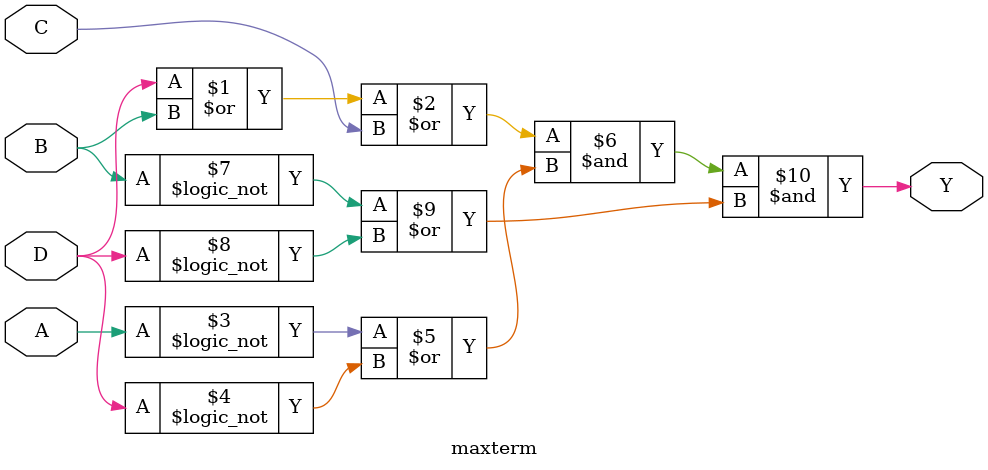
<source format=v>
module maxterm (
    input A, B, C, D,
    output Y
);

assign Y = (D|B|C)&(!A|!D)&(!B|!D) ;// Enter your equation here

endmodule

</source>
